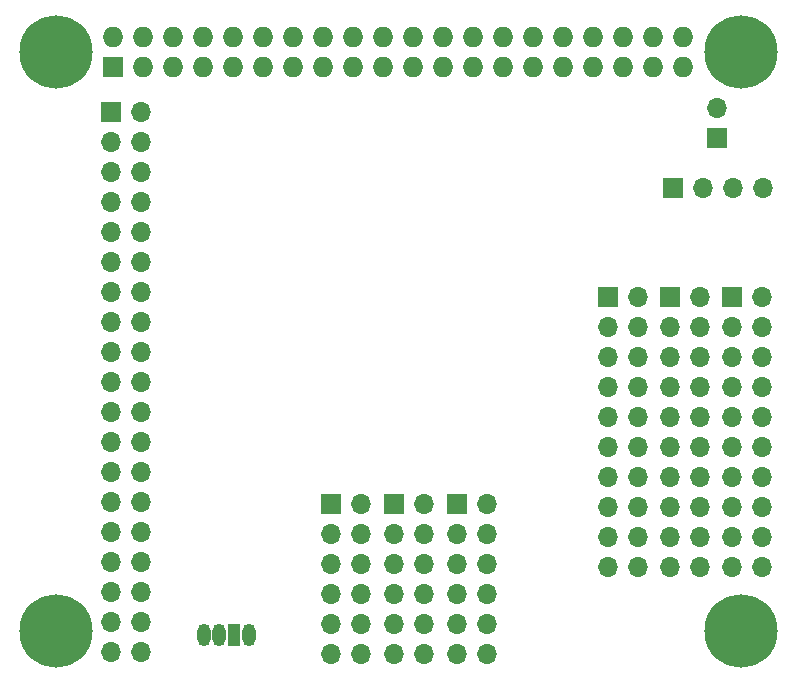
<source format=gts>
G04 #@! TF.FileFunction,Soldermask,Top*
%FSLAX46Y46*%
G04 Gerber Fmt 4.6, Leading zero omitted, Abs format (unit mm)*
G04 Created by KiCad (PCBNEW 4.0.6) date Wednesday, 16 August 2017 'AMt' 00:55:37*
%MOMM*%
%LPD*%
G01*
G04 APERTURE LIST*
%ADD10C,0.100000*%
%ADD11R,1.727200X1.727200*%
%ADD12O,1.727200X1.727200*%
%ADD13C,6.200000*%
%ADD14R,1.700000X1.700000*%
%ADD15O,1.700000X1.700000*%
%ADD16O,1.117600X1.905000*%
%ADD17R,1.117600X1.905000*%
G04 APERTURE END LIST*
D10*
D11*
X8370000Y-5270000D03*
D12*
X8370000Y-2730000D03*
X10910000Y-5270000D03*
X10910000Y-2730000D03*
X13450000Y-5270000D03*
X13450000Y-2730000D03*
X15990000Y-5270000D03*
X15990000Y-2730000D03*
X18530000Y-5270000D03*
X18530000Y-2730000D03*
X21070000Y-5270000D03*
X21070000Y-2730000D03*
X23610000Y-5270000D03*
X23610000Y-2730000D03*
X26150000Y-5270000D03*
X26150000Y-2730000D03*
X28690000Y-5270000D03*
X28690000Y-2730000D03*
X31230000Y-5270000D03*
X31230000Y-2730000D03*
X33770000Y-5270000D03*
X33770000Y-2730000D03*
X36310000Y-5270000D03*
X36310000Y-2730000D03*
X38850000Y-5270000D03*
X38850000Y-2730000D03*
X41390000Y-5270000D03*
X41390000Y-2730000D03*
X43930000Y-5270000D03*
X43930000Y-2730000D03*
X46470000Y-5270000D03*
X46470000Y-2730000D03*
X49010000Y-5270000D03*
X49010000Y-2730000D03*
X51550000Y-5270000D03*
X51550000Y-2730000D03*
X54090000Y-5270000D03*
X54090000Y-2730000D03*
X56630000Y-5270000D03*
X56630000Y-2730000D03*
D13*
X61500000Y-4000000D03*
X61500000Y-53000000D03*
X3500000Y-53000000D03*
X3500000Y-4000000D03*
D14*
X8204200Y-9017000D03*
D15*
X10744200Y-9017000D03*
X8204200Y-11557000D03*
X10744200Y-11557000D03*
X8204200Y-14097000D03*
X10744200Y-14097000D03*
X8204200Y-16637000D03*
X10744200Y-16637000D03*
X8204200Y-19177000D03*
X10744200Y-19177000D03*
X8204200Y-21717000D03*
X10744200Y-21717000D03*
X8204200Y-24257000D03*
X10744200Y-24257000D03*
X8204200Y-26797000D03*
X10744200Y-26797000D03*
X8204200Y-29337000D03*
X10744200Y-29337000D03*
X8204200Y-31877000D03*
X10744200Y-31877000D03*
X8204200Y-34417000D03*
X10744200Y-34417000D03*
X8204200Y-36957000D03*
X10744200Y-36957000D03*
X8204200Y-39497000D03*
X10744200Y-39497000D03*
X8204200Y-42037000D03*
X10744200Y-42037000D03*
X8204200Y-44577000D03*
X10744200Y-44577000D03*
X8204200Y-47117000D03*
X10744200Y-47117000D03*
X8204200Y-49657000D03*
X10744200Y-49657000D03*
X8204200Y-52197000D03*
X10744200Y-52197000D03*
X8204200Y-54737000D03*
X10744200Y-54737000D03*
D14*
X59461400Y-11252200D03*
D15*
X59461400Y-8712200D03*
D14*
X26847800Y-42240200D03*
D15*
X29387800Y-42240200D03*
X26847800Y-44780200D03*
X29387800Y-44780200D03*
X26847800Y-47320200D03*
X29387800Y-47320200D03*
X26847800Y-49860200D03*
X29387800Y-49860200D03*
X26847800Y-52400200D03*
X29387800Y-52400200D03*
X26847800Y-54940200D03*
X29387800Y-54940200D03*
D14*
X32131000Y-42240200D03*
D15*
X34671000Y-42240200D03*
X32131000Y-44780200D03*
X34671000Y-44780200D03*
X32131000Y-47320200D03*
X34671000Y-47320200D03*
X32131000Y-49860200D03*
X34671000Y-49860200D03*
X32131000Y-52400200D03*
X34671000Y-52400200D03*
X32131000Y-54940200D03*
X34671000Y-54940200D03*
D14*
X37515800Y-42240200D03*
D15*
X40055800Y-42240200D03*
X37515800Y-44780200D03*
X40055800Y-44780200D03*
X37515800Y-47320200D03*
X40055800Y-47320200D03*
X37515800Y-49860200D03*
X40055800Y-49860200D03*
X37515800Y-52400200D03*
X40055800Y-52400200D03*
X37515800Y-54940200D03*
X40055800Y-54940200D03*
D14*
X60731400Y-24714200D03*
D15*
X63271400Y-24714200D03*
X60731400Y-27254200D03*
X63271400Y-27254200D03*
X60731400Y-29794200D03*
X63271400Y-29794200D03*
X60731400Y-32334200D03*
X63271400Y-32334200D03*
X60731400Y-34874200D03*
X63271400Y-34874200D03*
X60731400Y-37414200D03*
X63271400Y-37414200D03*
X60731400Y-39954200D03*
X63271400Y-39954200D03*
X60731400Y-42494200D03*
X63271400Y-42494200D03*
X60731400Y-45034200D03*
X63271400Y-45034200D03*
X60731400Y-47574200D03*
X63271400Y-47574200D03*
D14*
X55499000Y-24714200D03*
D15*
X58039000Y-24714200D03*
X55499000Y-27254200D03*
X58039000Y-27254200D03*
X55499000Y-29794200D03*
X58039000Y-29794200D03*
X55499000Y-32334200D03*
X58039000Y-32334200D03*
X55499000Y-34874200D03*
X58039000Y-34874200D03*
X55499000Y-37414200D03*
X58039000Y-37414200D03*
X55499000Y-39954200D03*
X58039000Y-39954200D03*
X55499000Y-42494200D03*
X58039000Y-42494200D03*
X55499000Y-45034200D03*
X58039000Y-45034200D03*
X55499000Y-47574200D03*
X58039000Y-47574200D03*
D14*
X50266600Y-24714200D03*
D15*
X52806600Y-24714200D03*
X50266600Y-27254200D03*
X52806600Y-27254200D03*
X50266600Y-29794200D03*
X52806600Y-29794200D03*
X50266600Y-32334200D03*
X52806600Y-32334200D03*
X50266600Y-34874200D03*
X52806600Y-34874200D03*
X50266600Y-37414200D03*
X52806600Y-37414200D03*
X50266600Y-39954200D03*
X52806600Y-39954200D03*
X50266600Y-42494200D03*
X52806600Y-42494200D03*
X50266600Y-45034200D03*
X52806600Y-45034200D03*
X50266600Y-47574200D03*
X52806600Y-47574200D03*
D14*
X55753000Y-15468600D03*
D15*
X58293000Y-15468600D03*
X60833000Y-15468600D03*
X63373000Y-15468600D03*
D16*
X19837400Y-53314600D03*
D17*
X18567400Y-53314600D03*
D16*
X17297400Y-53314600D03*
X16027400Y-53314600D03*
M02*

</source>
